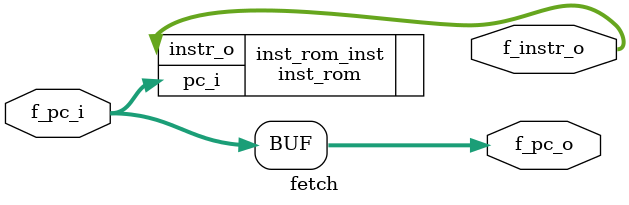
<source format=v>
module fetch(
    input [63:0] f_pc_i,
    output [63:0] f_pc_o,
    output [31:0] f_instr_o
);
    inst_rom inst_rom_inst(
        .pc_i(f_pc_i),
        .instr_o(f_instr_o)
    );

    assign f_pc_o = f_pc_i;

endmodule
</source>
